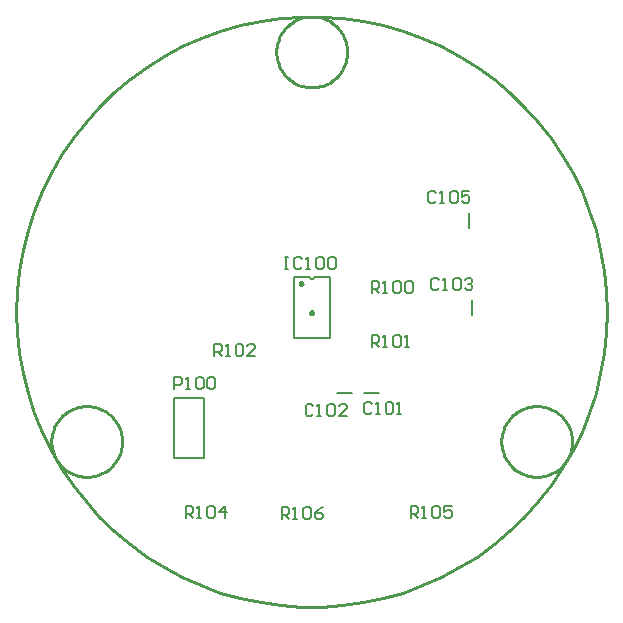
<source format=gto>
%FSDAX23Y23*%
%MOIN*%
%SFA1B1*%

%IPPOS*%
%ADD26C,0.007900*%
%ADD27C,0.010000*%
%ADD28C,0.006100*%
%LNsensor_pcb-1*%
%LPD*%
G54D26*
X03055Y03192D02*
D01*
X03055Y03192*
X03055Y03191*
X03055Y03191*
X03056Y03191*
X03056Y03190*
X03056Y03190*
X03056Y03189*
X03056Y03189*
X03057Y03189*
X03057Y03188*
X03057Y03188*
X03057Y03188*
X03058Y03187*
X03058Y03187*
X03059Y03187*
X03059Y03187*
X03059Y03186*
X03060Y03186*
X03060Y03186*
X03061Y03186*
X03061Y03186*
X03061Y03186*
X03062*
X03062Y03186*
X03063Y03186*
X03063Y03186*
X03064Y03186*
X03064Y03186*
X03065Y03187*
X03065Y03187*
X03065Y03187*
X03066Y03187*
X03066Y03188*
X03066Y03188*
X03067Y03188*
X03067Y03189*
X03067Y03189*
X03067Y03189*
X03068Y03190*
X03068Y03190*
X03068Y03191*
X03068Y03191*
X03068Y03191*
X03068Y03192*
X03068Y03192*
X03144Y02805D02*
X03195D01*
X03234D02*
X03285D01*
X02600Y02590D02*
X02700D01*
X02600D02*
Y02790D01*
X02700*
Y02590D02*
Y02790D01*
X03584Y03354D02*
Y03405D01*
X03594Y03064D02*
Y03115D01*
X03002Y02988D02*
Y03192D01*
Y02988D02*
X03121D01*
Y03192*
X03068D02*
X03121D01*
X03002D02*
X03055D01*
G54D27*
X03030Y03170D02*
D01*
X03029Y03170*
X03029Y03170*
X03029Y03171*
X03029Y03171*
X03029Y03171*
X03029Y03172*
X03029Y03172*
X03029Y03172*
X03029Y03172*
X03028Y03173*
X03028Y03173*
X03028Y03173*
X03028Y03173*
X03027Y03174*
X03027Y03174*
X03027Y03174*
X03026Y03174*
X03026Y03174*
X03026Y03174*
X03025Y03174*
X03025Y03174*
X03025Y03174*
X03024*
X03024Y03174*
X03024Y03174*
X03023Y03174*
X03023Y03174*
X03023Y03174*
X03022Y03174*
X03022Y03174*
X03022Y03174*
X03021Y03173*
X03021Y03173*
X03021Y03173*
X03021Y03173*
X03020Y03172*
X03020Y03172*
X03020Y03172*
X03020Y03172*
X03020Y03171*
X03020Y03171*
X03020Y03171*
X03020Y03170*
X03020Y03170*
X03020Y03170*
X03020Y03169*
X03020Y03169*
X03020Y03168*
X03020Y03168*
X03020Y03168*
X03020Y03167*
X03020Y03167*
X03020Y03167*
X03020Y03167*
X03021Y03166*
X03021Y03166*
X03021Y03166*
X03021Y03166*
X03022Y03165*
X03022Y03165*
X03022Y03165*
X03023Y03165*
X03023Y03165*
X03023Y03165*
X03024Y03165*
X03024Y03165*
X03024Y03165*
X03025*
X03025Y03165*
X03025Y03165*
X03026Y03165*
X03026Y03165*
X03026Y03165*
X03027Y03165*
X03027Y03165*
X03027Y03165*
X03028Y03166*
X03028Y03166*
X03028Y03166*
X03028Y03166*
X03029Y03167*
X03029Y03167*
X03029Y03167*
X03029Y03167*
X03029Y03168*
X03029Y03168*
X03029Y03168*
X03029Y03169*
X03029Y03169*
X03030Y03170*
X03066Y03073D02*
D01*
X03065Y03073*
X03065Y03073*
X03065Y03074*
X03065Y03074*
X03065Y03074*
X03065Y03075*
X03065Y03075*
X03065Y03075*
X03065Y03075*
X03064Y03076*
X03064Y03076*
X03064Y03076*
X03064Y03076*
X03063Y03077*
X03063Y03077*
X03063Y03077*
X03062Y03077*
X03062Y03077*
X03062Y03077*
X03061Y03077*
X03061Y03077*
X03061Y03077*
X03060*
X03060Y03077*
X03060Y03077*
X03059Y03077*
X03059Y03077*
X03059Y03077*
X03058Y03077*
X03058Y03077*
X03058Y03077*
X03057Y03076*
X03057Y03076*
X03057Y03076*
X03057Y03076*
X03056Y03075*
X03056Y03075*
X03056Y03075*
X03056Y03075*
X03056Y03074*
X03056Y03074*
X03056Y03074*
X03056Y03073*
X03056Y03073*
X03056Y03073*
X03056Y03072*
X03056Y03072*
X03056Y03071*
X03056Y03071*
X03056Y03071*
X03056Y03070*
X03056Y03070*
X03056Y03070*
X03056Y03070*
X03057Y03069*
X03057Y03069*
X03057Y03069*
X03057Y03069*
X03058Y03068*
X03058Y03068*
X03058Y03068*
X03059Y03068*
X03059Y03068*
X03059Y03068*
X03060Y03068*
X03060Y03068*
X03060Y03068*
X03061*
X03061Y03068*
X03061Y03068*
X03062Y03068*
X03062Y03068*
X03062Y03068*
X03063Y03068*
X03063Y03068*
X03063Y03068*
X03064Y03069*
X03064Y03069*
X03064Y03069*
X03064Y03069*
X03065Y03070*
X03065Y03070*
X03065Y03070*
X03065Y03070*
X03065Y03071*
X03065Y03071*
X03065Y03071*
X03065Y03072*
X03065Y03072*
X03066Y03073*
X04045Y03076D02*
D01*
X04043Y03145*
X04035Y03213*
X04023Y03281*
X04007Y03348*
X03986Y03413*
X03960Y03477*
X03930Y03538*
X03895Y03598*
X03857Y03655*
X03815Y03709*
X03769Y03760*
X03719Y03808*
X03667Y03852*
X03611Y03892*
X03553Y03929*
X03492Y03961*
X03429Y03989*
X03365Y04012*
X03299Y04031*
X03232Y04046*
X03163Y04055*
X03095Y04060*
X03026*
X02958Y04055*
X02890Y04046*
X02822Y04031*
X02756Y04012*
X02692Y03989*
X02629Y03961*
X02568Y03929*
X02510Y03892*
X02455Y03852*
X02402Y03808*
X02353Y03760*
X02307Y03709*
X02264Y03655*
X02226Y03598*
X02192Y03538*
X02161Y03477*
X02136Y03413*
X02114Y03348*
X02098Y03281*
X02086Y03213*
X02079Y03145*
X02076Y03076*
X02079Y03008*
X02086Y02939*
X02098Y02872*
X02114Y02805*
X02136Y02740*
X02161Y02676*
X02192Y02614*
X02226Y02555*
X02264Y02498*
X02307Y02444*
X02353Y02393*
X02402Y02345*
X02455Y02301*
X02510Y02260*
X02568Y02224*
X02629Y02192*
X02692Y02164*
X02756Y02140*
X02822Y02121*
X02890Y02107*
X02958Y02097*
X03026Y02093*
X03095*
X03163Y02097*
X03232Y02107*
X03299Y02121*
X03365Y02140*
X03429Y02164*
X03492Y02192*
X03553Y02224*
X03611Y02260*
X03667Y02301*
X03719Y02345*
X03769Y02393*
X03815Y02444*
X03857Y02498*
X03895Y02555*
X03930Y02614*
X03960Y02676*
X03986Y02740*
X04007Y02805*
X04023Y02872*
X04035Y02939*
X04043Y03008*
X04045Y03076*
X03179Y03942D02*
D01*
X03178Y03951*
X03178Y03959*
X03176Y03967*
X03174Y03975*
X03172Y03983*
X03168Y03990*
X03165Y03998*
X03161Y04005*
X03156Y04012*
X03151Y04018*
X03146Y04024*
X03140Y04030*
X03133Y04035*
X03127Y04040*
X03120Y04045*
X03112Y04049*
X03105Y04052*
X03097Y04055*
X03089Y04057*
X03081Y04059*
X03073Y04060*
X03065Y04060*
X03056*
X03048Y04060*
X03040Y04059*
X03032Y04057*
X03024Y04055*
X03016Y04052*
X03009Y04049*
X03002Y04045*
X02995Y04040*
X02988Y04035*
X02982Y04030*
X02976Y04024*
X02970Y04018*
X02965Y04012*
X02960Y04005*
X02956Y03998*
X02953Y03990*
X02950Y03983*
X02947Y03975*
X02945Y03967*
X02944Y03959*
X02943Y03951*
X02943Y03942*
X02943Y03934*
X02944Y03926*
X02945Y03918*
X02947Y03910*
X02950Y03902*
X02953Y03894*
X02956Y03887*
X02960Y03880*
X02965Y03873*
X02970Y03866*
X02976Y03860*
X02982Y03855*
X02988Y03849*
X02995Y03844*
X03002Y03840*
X03009Y03836*
X03016Y03833*
X03024Y03830*
X03032Y03828*
X03040Y03826*
X03048Y03825*
X03056Y03824*
X03065*
X03073Y03825*
X03081Y03826*
X03089Y03828*
X03097Y03830*
X03105Y03833*
X03112Y03836*
X03120Y03840*
X03127Y03844*
X03133Y03849*
X03140Y03855*
X03146Y03860*
X03151Y03866*
X03156Y03873*
X03161Y03880*
X03165Y03887*
X03168Y03894*
X03172Y03902*
X03174Y03910*
X03176Y03918*
X03178Y03926*
X03178Y03934*
X03179Y03942*
X03929Y02643D02*
D01*
X03929Y02651*
X03928Y02660*
X03926Y02668*
X03924Y02676*
X03922Y02684*
X03919Y02691*
X03915Y02699*
X03911Y02706*
X03906Y02713*
X03901Y02719*
X03896Y02725*
X03890Y02731*
X03883Y02736*
X03877Y02741*
X03870Y02745*
X03862Y02749*
X03855Y02753*
X03847Y02756*
X03839Y02758*
X03831Y02760*
X03823Y02761*
X03815Y02761*
X03807*
X03798Y02761*
X03790Y02760*
X03782Y02758*
X03774Y02756*
X03766Y02753*
X03759Y02749*
X03752Y02745*
X03745Y02741*
X03738Y02736*
X03732Y02731*
X03726Y02725*
X03720Y02719*
X03715Y02713*
X03711Y02706*
X03706Y02699*
X03703Y02691*
X03700Y02684*
X03697Y02676*
X03695Y02668*
X03694Y02660*
X03693Y02651*
X03693Y02643*
X03693Y02635*
X03694Y02627*
X03695Y02619*
X03697Y02611*
X03700Y02603*
X03703Y02595*
X03706Y02588*
X03711Y02581*
X03715Y02574*
X03720Y02567*
X03726Y02561*
X03732Y02555*
X03738Y02550*
X03745Y02545*
X03752Y02541*
X03759Y02537*
X03766Y02534*
X03774Y02531*
X03782Y02529*
X03790Y02527*
X03798Y02526*
X03807Y02525*
X03815*
X03823Y02526*
X03831Y02527*
X03839Y02529*
X03847Y02531*
X03855Y02534*
X03862Y02537*
X03870Y02541*
X03877Y02545*
X03883Y02550*
X03890Y02555*
X03896Y02561*
X03901Y02567*
X03906Y02574*
X03911Y02581*
X03915Y02588*
X03919Y02595*
X03922Y02603*
X03924Y02611*
X03926Y02619*
X03928Y02627*
X03929Y02635*
X03929Y02643*
X02429D02*
D01*
X02428Y02651*
X02427Y02660*
X02426Y02668*
X02424Y02676*
X02421Y02684*
X02418Y02691*
X02415Y02699*
X02411Y02706*
X02406Y02713*
X02401Y02719*
X02395Y02725*
X02390Y02731*
X02383Y02736*
X02377Y02741*
X02370Y02745*
X02362Y02749*
X02355Y02753*
X02347Y02756*
X02339Y02758*
X02331Y02760*
X02323Y02761*
X02315Y02761*
X02306*
X02298Y02761*
X02290Y02760*
X02282Y02758*
X02274Y02756*
X02266Y02753*
X02259Y02749*
X02251Y02745*
X02244Y02741*
X02238Y02736*
X02231Y02731*
X02226Y02725*
X02220Y02719*
X02215Y02713*
X02210Y02706*
X02206Y02699*
X02203Y02691*
X02200Y02684*
X02197Y02676*
X02195Y02668*
X02194Y02660*
X02193Y02651*
X02192Y02643*
X02193Y02635*
X02194Y02627*
X02195Y02619*
X02197Y02611*
X02200Y02603*
X02203Y02595*
X02206Y02588*
X02210Y02581*
X02215Y02574*
X02220Y02567*
X02226Y02561*
X02231Y02555*
X02238Y02550*
X02244Y02545*
X02251Y02541*
X02259Y02537*
X02266Y02534*
X02274Y02531*
X02282Y02529*
X02290Y02527*
X02298Y02526*
X02306Y02525*
X02315*
X02323Y02526*
X02331Y02527*
X02339Y02529*
X02347Y02531*
X02355Y02534*
X02362Y02537*
X02370Y02541*
X02377Y02545*
X02383Y02550*
X02390Y02555*
X02395Y02561*
X02401Y02567*
X02406Y02574*
X02411Y02581*
X02415Y02588*
X02418Y02595*
X02421Y02603*
X02424Y02611*
X02426Y02619*
X02427Y02627*
X02428Y02635*
X02429Y02643*
G54D28*
X03066Y02762D02*
X03059Y02769D01*
X03046*
X03040Y02762*
Y02736*
X03046Y02730*
X03059*
X03066Y02736*
X03079Y02730D02*
X03092D01*
X03085*
Y02769*
X03079Y02762*
X03112D02*
X03118Y02769D01*
X03131*
X03138Y02762*
Y02736*
X03131Y02730*
X03118*
X03112Y02736*
Y02762*
X03177Y02730D02*
X03151D01*
X03177Y02756*
Y02762*
X03171Y02769*
X03158*
X03151Y02762*
X03261Y02767D02*
X03254Y02774D01*
X03241*
X03235Y02767*
Y02741*
X03241Y02735*
X03254*
X03261Y02741*
X03274Y02735D02*
X03287D01*
X03280*
Y02774*
X03274Y02767*
X03307D02*
X03313Y02774D01*
X03326*
X03333Y02767*
Y02741*
X03326Y02735*
X03313*
X03307Y02741*
Y02767*
X03346Y02735D02*
X03359D01*
X03353*
Y02774*
X03346Y02767*
X02960Y02385D02*
Y02424D01*
X02979*
X02986Y02417*
Y02404*
X02979Y02398*
X02960*
X02973D02*
X02986Y02385D01*
X02999D02*
X03012D01*
X03005*
Y02424*
X02999Y02417*
X03032D02*
X03038Y02424D01*
X03051*
X03058Y02417*
Y02391*
X03051Y02385*
X03038*
X03032Y02391*
Y02417*
X03097Y02424D02*
X03084Y02417D01*
X03071Y02404*
Y02391*
X03078Y02385*
X03091*
X03097Y02391*
Y02398*
X03091Y02404*
X03071*
X03390Y02390D02*
Y02429D01*
X03409*
X03416Y02422*
Y02409*
X03409Y02403*
X03390*
X03403D02*
X03416Y02390D01*
X03429D02*
X03442D01*
X03435*
Y02429*
X03429Y02422*
X03462D02*
X03468Y02429D01*
X03481*
X03488Y02422*
Y02396*
X03481Y02390*
X03468*
X03462Y02396*
Y02422*
X03527Y02429D02*
X03501D01*
Y02409*
X03514Y02416*
X03521*
X03527Y02409*
Y02396*
X03521Y02390*
X03508*
X03501Y02396*
X02640Y02390D02*
Y02429D01*
X02659*
X02666Y02422*
Y02409*
X02659Y02403*
X02640*
X02653D02*
X02666Y02390D01*
X02679D02*
X02692D01*
X02685*
Y02429*
X02679Y02422*
X02712D02*
X02718Y02429D01*
X02731*
X02738Y02422*
Y02396*
X02731Y02390*
X02718*
X02712Y02396*
Y02422*
X02771Y02390D02*
Y02429D01*
X02751Y02409*
X02777*
X02735Y02930D02*
Y02969D01*
X02754*
X02761Y02962*
Y02949*
X02754Y02943*
X02735*
X02748D02*
X02761Y02930D01*
X02774D02*
X02787D01*
X02780*
Y02969*
X02774Y02962*
X02807D02*
X02813Y02969D01*
X02826*
X02833Y02962*
Y02936*
X02826Y02930*
X02813*
X02807Y02936*
Y02962*
X02872Y02930D02*
X02846D01*
X02872Y02956*
Y02962*
X02866Y02969*
X02853*
X02846Y02962*
X03260Y02960D02*
Y02999D01*
X03279*
X03286Y02992*
Y02979*
X03279Y02973*
X03260*
X03273D02*
X03286Y02960D01*
X03299D02*
X03312D01*
X03305*
Y02999*
X03299Y02992*
X03332D02*
X03338Y02999D01*
X03351*
X03358Y02992*
Y02966*
X03351Y02960*
X03338*
X03332Y02966*
Y02992*
X03371Y02960D02*
X03384D01*
X03378*
Y02999*
X03371Y02992*
X03260Y03140D02*
Y03179D01*
X03279*
X03286Y03172*
Y03159*
X03279Y03153*
X03260*
X03273D02*
X03286Y03140D01*
X03299D02*
X03312D01*
X03305*
Y03179*
X03299Y03172*
X03332D02*
X03338Y03179D01*
X03351*
X03358Y03172*
Y03146*
X03351Y03140*
X03338*
X03332Y03146*
Y03172*
X03371D02*
X03378Y03179D01*
X03391*
X03397Y03172*
Y03146*
X03391Y03140*
X03378*
X03371Y03146*
Y03172*
X02602Y02820D02*
Y02859D01*
X02621*
X02628Y02852*
Y02839*
X02621Y02833*
X02602*
X02641Y02820D02*
X02654D01*
X02647*
Y02859*
X02641Y02852*
X02674D02*
X02680Y02859D01*
X02693*
X02700Y02852*
Y02826*
X02693Y02820*
X02680*
X02674Y02826*
Y02852*
X02713D02*
X02720Y02859D01*
X02733*
X02739Y02852*
Y02826*
X02733Y02820*
X02720*
X02713Y02826*
Y02852*
X03475Y03472D02*
X03468Y03479D01*
X03455*
X03449Y03472*
Y03446*
X03455Y03440*
X03468*
X03475Y03446*
X03488Y03440D02*
X03501D01*
X03494*
Y03479*
X03488Y03472*
X03521D02*
X03527Y03479D01*
X03540*
X03547Y03472*
Y03446*
X03540Y03440*
X03527*
X03521Y03446*
Y03472*
X03586Y03479D02*
X03560D01*
Y03459*
X03573Y03466*
X03580*
X03586Y03459*
Y03446*
X03580Y03440*
X03567*
X03560Y03446*
X03485Y03182D02*
X03478Y03189D01*
X03465*
X03459Y03182*
Y03156*
X03465Y03150*
X03478*
X03485Y03156*
X03498Y03150D02*
X03511D01*
X03504*
Y03189*
X03498Y03182*
X03531D02*
X03537Y03189D01*
X03550*
X03557Y03182*
Y03156*
X03550Y03150*
X03537*
X03531Y03156*
Y03182*
X03570D02*
X03577Y03189D01*
X03590*
X03596Y03182*
Y03176*
X03590Y03169*
X03583*
X03590*
X03596Y03163*
Y03156*
X03590Y03150*
X03577*
X03570Y03156*
X02970Y03259D02*
X02983D01*
X02976*
Y03220*
X02970*
X02983*
X03029Y03252D02*
X03022Y03259D01*
X03009*
X03002Y03252*
Y03226*
X03009Y03220*
X03022*
X03029Y03226*
X03042Y03220D02*
X03055D01*
X03048*
Y03259*
X03042Y03252*
X03075D02*
X03081Y03259D01*
X03094*
X03101Y03252*
Y03226*
X03094Y03220*
X03081*
X03075Y03226*
Y03252*
X03114D02*
X03120Y03259D01*
X03134*
X03140Y03252*
Y03226*
X03134Y03220*
X03120*
X03114Y03226*
Y03252*
M02*
</source>
